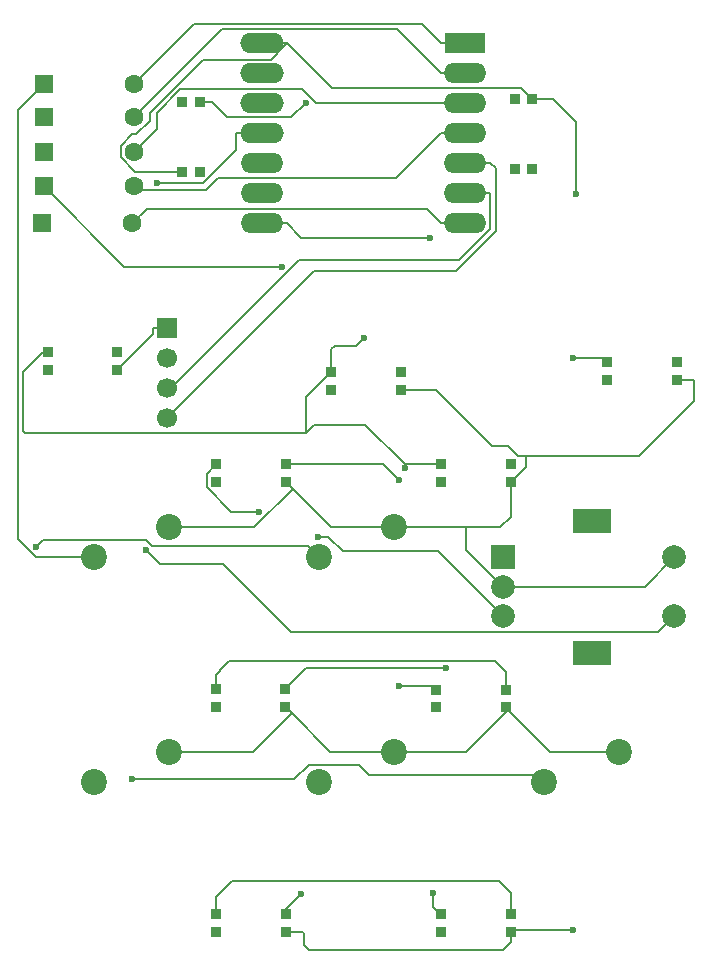
<source format=gbr>
%TF.GenerationSoftware,KiCad,Pcbnew,9.0.7*%
%TF.CreationDate,2026-01-30T21:13:48-06:00*%
%TF.ProjectId,HACK PAD!,4841434b-2050-4414-9421-2e6b69636164,rev?*%
%TF.SameCoordinates,Original*%
%TF.FileFunction,Copper,L2,Bot*%
%TF.FilePolarity,Positive*%
%FSLAX46Y46*%
G04 Gerber Fmt 4.6, Leading zero omitted, Abs format (unit mm)*
G04 Created by KiCad (PCBNEW 9.0.7) date 2026-01-30 21:13:48*
%MOMM*%
%LPD*%
G01*
G04 APERTURE LIST*
G04 Aperture macros list*
%AMRoundRect*
0 Rectangle with rounded corners*
0 $1 Rounding radius*
0 $2 $3 $4 $5 $6 $7 $8 $9 X,Y pos of 4 corners*
0 Add a 4 corners polygon primitive as box body*
4,1,4,$2,$3,$4,$5,$6,$7,$8,$9,$2,$3,0*
0 Add four circle primitives for the rounded corners*
1,1,$1+$1,$2,$3*
1,1,$1+$1,$4,$5*
1,1,$1+$1,$6,$7*
1,1,$1+$1,$8,$9*
0 Add four rect primitives between the rounded corners*
20,1,$1+$1,$2,$3,$4,$5,0*
20,1,$1+$1,$4,$5,$6,$7,0*
20,1,$1+$1,$6,$7,$8,$9,0*
20,1,$1+$1,$8,$9,$2,$3,0*%
G04 Aperture macros list end*
%TA.AperFunction,SMDPad,CuDef*%
%ADD10RoundRect,0.082000X-0.367999X0.328000X-0.367999X-0.328000X0.367999X-0.328000X0.367999X0.328000X0*%
%TD*%
%TA.AperFunction,SMDPad,CuDef*%
%ADD11RoundRect,0.082000X-0.368000X0.328000X-0.368000X-0.328000X0.368000X-0.328000X0.368000X0.328000X0*%
%TD*%
%TA.AperFunction,ComponentPad*%
%ADD12R,2.000000X2.000000*%
%TD*%
%TA.AperFunction,ComponentPad*%
%ADD13C,2.000000*%
%TD*%
%TA.AperFunction,ComponentPad*%
%ADD14R,3.200000X2.000000*%
%TD*%
%TA.AperFunction,SMDPad,CuDef*%
%ADD15RoundRect,0.082000X0.328000X0.367999X-0.328000X0.367999X-0.328000X-0.367999X0.328000X-0.367999X0*%
%TD*%
%TA.AperFunction,SMDPad,CuDef*%
%ADD16RoundRect,0.082000X0.328000X0.368000X-0.328000X0.368000X-0.328000X-0.368000X0.328000X-0.368000X0*%
%TD*%
%TA.AperFunction,SMDPad,CuDef*%
%ADD17RoundRect,0.082000X-0.328000X-0.367999X0.328000X-0.367999X0.328000X0.367999X-0.328000X0.367999X0*%
%TD*%
%TA.AperFunction,SMDPad,CuDef*%
%ADD18RoundRect,0.082000X-0.328000X-0.368000X0.328000X-0.368000X0.328000X0.368000X-0.328000X0.368000X0*%
%TD*%
%TA.AperFunction,ComponentPad*%
%ADD19C,2.200000*%
%TD*%
%TA.AperFunction,ComponentPad*%
%ADD20RoundRect,0.250000X-0.550000X-0.550000X0.550000X-0.550000X0.550000X0.550000X-0.550000X0.550000X0*%
%TD*%
%TA.AperFunction,ComponentPad*%
%ADD21C,1.600000*%
%TD*%
%TA.AperFunction,ComponentPad*%
%ADD22R,1.700000X1.700000*%
%TD*%
%TA.AperFunction,ComponentPad*%
%ADD23C,1.700000*%
%TD*%
%TA.AperFunction,ComponentPad*%
%ADD24R,3.500000X1.700000*%
%TD*%
%TA.AperFunction,ComponentPad*%
%ADD25O,3.600000X1.700000*%
%TD*%
%TA.AperFunction,ComponentPad*%
%ADD26O,3.700000X1.700000*%
%TD*%
%TA.AperFunction,ViaPad*%
%ADD27C,0.600000*%
%TD*%
%TA.AperFunction,Conductor*%
%ADD28C,0.200000*%
%TD*%
G04 APERTURE END LIST*
D10*
%TO.P,D16,1,VDD*%
%TO.N,Net-(D10-VDD)*%
X30387501Y-56297158D03*
%TO.P,D16,2*%
%TO.N,N/C*%
X30387501Y-57797158D03*
D11*
%TO.P,D16,3,VSS*%
%TO.N,GND*%
X36287500Y-57797158D03*
%TO.P,D16,4,DIN*%
%TO.N,Net-(D15-DOUT)*%
X36287500Y-56297158D03*
%TD*%
D10*
%TO.P,D15,1,VDD*%
%TO.N,Net-(D10-VDD)*%
X77793701Y-57149958D03*
%TO.P,D15,2*%
%TO.N,N/C*%
X77793701Y-58649958D03*
D11*
%TO.P,D15,3,VSS*%
%TO.N,GND*%
X83693700Y-58649958D03*
%TO.P,D15,4,DIN*%
%TO.N,Net-(D14-DOUT)*%
X83693700Y-57149958D03*
%TD*%
D12*
%TO.P,RE1,A,A*%
%TO.N,Net-(U1-PA7_A8_D8_SCK)*%
X68950000Y-73700000D03*
D13*
%TO.P,RE1,B,B*%
%TO.N,Net-(U1-PA5_A9_D9_MISO)*%
X68950000Y-78700000D03*
%TO.P,RE1,C,C*%
%TO.N,GND*%
X68950000Y-76200000D03*
D14*
%TO.P,RE1,MP*%
%TO.N,N/C*%
X76450000Y-70600000D03*
X76450000Y-81800000D03*
D13*
%TO.P,RE1,S1,S1*%
%TO.N,Net-(D17-A)*%
X83450000Y-78700000D03*
%TO.P,RE1,S2,S2*%
%TO.N,GND*%
X83450000Y-73700000D03*
%TD*%
D15*
%TO.P,D13,1,VDD*%
%TO.N,Net-(D10-VDD)*%
X71437542Y-34931201D03*
%TO.P,D13,2*%
%TO.N,N/C*%
X69937542Y-34931201D03*
D16*
%TO.P,D13,3,VSS*%
%TO.N,unconnected-(D13-VSS-Pad3)*%
X69937542Y-40831200D03*
%TO.P,D13,4,DIN*%
%TO.N,Net-(D12-DOUT)*%
X71437542Y-40831200D03*
%TD*%
D17*
%TO.P,D14,1,VDD*%
%TO.N,Net-(D10-VDD)*%
X41790858Y-41049999D03*
%TO.P,D14,2*%
%TO.N,N/C*%
X43290858Y-41049999D03*
D18*
%TO.P,D14,3,VSS*%
%TO.N,GND*%
X43290858Y-35150000D03*
%TO.P,D14,4,DIN*%
%TO.N,Net-(D13-DOUT)*%
X41790858Y-35150000D03*
%TD*%
D19*
%TO.P,SW2,1,1*%
%TO.N,GND*%
X59690000Y-71120000D03*
%TO.P,SW2,2,2*%
%TO.N,Net-(D2-K)*%
X53340000Y-73660000D03*
%TD*%
%TO.P,SW3,1,1*%
%TO.N,GND*%
X40640000Y-90170000D03*
%TO.P,SW3,2,2*%
%TO.N,Net-(D3-K)*%
X34290000Y-92710000D03*
%TD*%
D10*
%TO.P,D11,1,VDD*%
%TO.N,Net-(D10-VDD)*%
X63725001Y-65822158D03*
%TO.P,D11,2*%
%TO.N,N/C*%
X63725001Y-67322158D03*
D11*
%TO.P,D11,3,VSS*%
%TO.N,GND*%
X69625000Y-67322158D03*
%TO.P,D11,4,DIN*%
%TO.N,unconnected-(D11-DIN-Pad4)*%
X69625000Y-65822158D03*
%TD*%
D10*
%TO.P,D10,1,VDD*%
%TO.N,Net-(D10-VDD)*%
X63725001Y-103922158D03*
%TO.P,D10,2*%
%TO.N,N/C*%
X63725001Y-105422158D03*
D11*
%TO.P,D10,3,VSS*%
%TO.N,GND*%
X69625000Y-105422158D03*
%TO.P,D10,4,DIN*%
%TO.N,Net-(D10-DIN)*%
X69625000Y-103922158D03*
%TD*%
D19*
%TO.P,SW5,1,1*%
%TO.N,GND*%
X78740000Y-90170000D03*
%TO.P,SW5,2,2*%
%TO.N,Net-(D5-K)*%
X72390000Y-92710000D03*
%TD*%
%TO.P,SW4,1,1*%
%TO.N,GND*%
X59690000Y-90170000D03*
%TO.P,SW4,2,2*%
%TO.N,Net-(D4-K)*%
X53340000Y-92710000D03*
%TD*%
%TO.P,SWw1,1,1*%
%TO.N,GND*%
X40640000Y-71120000D03*
%TO.P,SWw1,2,2*%
%TO.N,Net-(D1-K)*%
X34290000Y-73660000D03*
%TD*%
D10*
%TO.P,D7,1,DOUT*%
%TO.N,Net-(D7-DOUT)*%
X63272301Y-84890958D03*
%TO.P,D7,2*%
%TO.N,N/C*%
X63272301Y-86390958D03*
D11*
%TO.P,D7,3,VSS*%
%TO.N,GND*%
X69172300Y-86390958D03*
%TO.P,D7,4,DIN*%
%TO.N,Net-(D6-DOUT)*%
X69172300Y-84890958D03*
%TD*%
D20*
%TO.P,D3,1,K*%
%TO.N,Net-(D3-K)*%
X30070000Y-39350000D03*
D21*
%TO.P,D3,2,A*%
%TO.N,Net-(D3-A)*%
X37690000Y-39350000D03*
%TD*%
D20*
%TO.P,D4,1,K*%
%TO.N,Net-(D4-K)*%
X30050000Y-42290000D03*
D21*
%TO.P,D4,2,A*%
%TO.N,Net-(D4-A)*%
X37670000Y-42290000D03*
%TD*%
D22*
%TO.P,U2,1,GND*%
%TO.N,GND*%
X40481300Y-54292500D03*
D23*
%TO.P,U2,2,VCC*%
%TO.N,Net-(U1-3V3)*%
X40481300Y-56832500D03*
%TO.P,U2,3,SCL*%
%TO.N,Net-(U1-PA9_A5_D5_SCL)*%
X40481300Y-59372500D03*
%TO.P,U2,4,SDA*%
%TO.N,Net-(U1-PA8_A4_D4_SDA)*%
X40481300Y-61912500D03*
%TD*%
D10*
%TO.P,D12,1,VDD*%
%TO.N,Net-(D10-VDD)*%
X54418701Y-58031258D03*
%TO.P,D12,2*%
%TO.N,N/C*%
X54418701Y-59531258D03*
D11*
%TO.P,D12,3,VSS*%
%TO.N,GND*%
X60318700Y-59531258D03*
%TO.P,D12,4,DIN*%
%TO.N,Net-(D11-DOUT)*%
X60318700Y-58031258D03*
%TD*%
D20*
%TO.P,D5,1,K*%
%TO.N,Net-(D5-K)*%
X29950000Y-45410000D03*
D21*
%TO.P,D5,2,A*%
%TO.N,Net-(D5-A)*%
X37570000Y-45410000D03*
%TD*%
D20*
%TO.P,D2,1,K*%
%TO.N,Net-(D2-K)*%
X30070000Y-36440000D03*
D21*
%TO.P,D2,2,A*%
%TO.N,Net-(D2-A)*%
X37690000Y-36440000D03*
%TD*%
D20*
%TO.P,D1,1,K*%
%TO.N,Net-(D1-K)*%
X30100000Y-33630000D03*
D21*
%TO.P,D1,2,A*%
%TO.N,Net-(D1-A)*%
X37720000Y-33630000D03*
%TD*%
D10*
%TO.P,D6,1,DOUT*%
%TO.N,Net-(D6-DOUT)*%
X44610001Y-84873358D03*
%TO.P,D6,2*%
%TO.N,N/C*%
X44610001Y-86373358D03*
D11*
%TO.P,D6,3,VSS*%
%TO.N,GND*%
X50510000Y-86373358D03*
%TO.P,D6,4,DIN*%
%TO.N,Net-(D6-DIN)*%
X50510000Y-84873358D03*
%TD*%
D10*
%TO.P,D8,1,DOUT*%
%TO.N,Net-(D8-DOUT)*%
X44675001Y-65822158D03*
%TO.P,D8,2*%
%TO.N,N/C*%
X44675001Y-67322158D03*
D11*
%TO.P,D8,3,VSS*%
%TO.N,GND*%
X50575000Y-67322158D03*
%TO.P,D8,4,DIN*%
%TO.N,Net-(D7-DOUT)*%
X50575000Y-65822158D03*
%TD*%
D10*
%TO.P,D9,1,DOUT*%
%TO.N,Net-(D10-DIN)*%
X44675001Y-103922158D03*
%TO.P,D9,2*%
%TO.N,N/C*%
X44675001Y-105422158D03*
D11*
%TO.P,D9,3,VSS*%
%TO.N,GND*%
X50575000Y-105422158D03*
%TO.P,D9,4,DIN*%
%TO.N,Net-(D8-DOUT)*%
X50575000Y-103922158D03*
%TD*%
D24*
%TO.P,U1,1,PA02_A0_D0*%
%TO.N,Net-(D1-A)*%
X65775000Y-30162500D03*
D25*
%TO.P,U1,2,PA4_A1_D1*%
%TO.N,Net-(D2-A)*%
X65775000Y-32702500D03*
%TO.P,U1,3,PA10_A2_D2*%
%TO.N,Net-(D3-A)*%
X65775000Y-35242500D03*
%TO.P,U1,4,PA11_A3_D3*%
%TO.N,Net-(D4-A)*%
X65775000Y-37782500D03*
%TO.P,U1,5,PA8_A4_D4_SDA*%
%TO.N,Net-(U1-PA8_A4_D4_SDA)*%
X65775000Y-40322500D03*
%TO.P,U1,6,PA9_A5_D5_SCL*%
%TO.N,Net-(U1-PA9_A5_D5_SCL)*%
X65775000Y-42862500D03*
%TO.P,U1,7,PB08_A6_D6_TX*%
%TO.N,Net-(D5-A)*%
X65775000Y-45402500D03*
%TO.P,U1,8,PB09_A7_D7_RX*%
%TO.N,Net-(U1-PA7_A8_D8_SCK)*%
X48525000Y-45402500D03*
%TO.P,U1,9,PA7_A8_D8_SCK*%
X48525000Y-42862500D03*
%TO.P,U1,10,PA5_A9_D9_MISO*%
%TO.N,Net-(U1-PA5_A9_D9_MISO)*%
X48525000Y-40322500D03*
D26*
%TO.P,U1,11,PA6_A10_D10_MOSI*%
%TO.N,Net-(D17-K)*%
X48525000Y-37782500D03*
%TO.P,U1,12,3V3*%
%TO.N,Net-(U1-3V3)*%
X48525000Y-35242500D03*
%TO.P,U1,13,GND*%
%TO.N,unconnected-(U1-GND-Pad13)*%
X48525000Y-32702500D03*
%TO.P,U1,14,5V*%
%TO.N,Net-(D10-VDD)*%
X48525000Y-30162500D03*
%TD*%
D27*
%TO.N,Net-(D10-VDD)*%
X57150700Y-55133300D03*
X63066300Y-102155600D03*
X60653500Y-66112500D03*
X75146300Y-42932500D03*
X74897500Y-56827600D03*
%TO.N,GND*%
X74897500Y-105218700D03*
X52266200Y-35209100D03*
%TO.N,Net-(D2-K)*%
X29450800Y-72810500D03*
%TO.N,Net-(D4-K)*%
X50259800Y-49116900D03*
%TO.N,Net-(D5-K)*%
X37546600Y-92480400D03*
%TO.N,Net-(D6-DIN)*%
X64122200Y-83085000D03*
%TO.N,Net-(D7-DOUT)*%
X60108500Y-67156700D03*
X60108500Y-84626700D03*
%TO.N,Net-(D8-DOUT)*%
X48277300Y-69864300D03*
X51851600Y-102173700D03*
%TO.N,Net-(D17-A)*%
X38753300Y-73107000D03*
%TO.N,Net-(D17-K)*%
X39676400Y-42032700D03*
%TO.N,Net-(U1-PA7_A8_D8_SCK)*%
X62781200Y-46635100D03*
%TO.N,Net-(U1-PA5_A9_D9_MISO)*%
X53254900Y-71948700D03*
%TD*%
D28*
%TO.N,Net-(D10-VDD)*%
X28300000Y-62980000D02*
X28448500Y-63128500D01*
X52296000Y-60153959D02*
X52296000Y-63128500D01*
X60772500Y-65993500D02*
X60772500Y-65822200D01*
X54418701Y-58031258D02*
X52296000Y-60153959D01*
X63066300Y-103263500D02*
X63066300Y-102155600D01*
X36576500Y-38881300D02*
X37562800Y-37895000D01*
X52933600Y-62490900D02*
X57290900Y-62490900D01*
X77793700Y-57150000D02*
X77471300Y-56827600D01*
X41790900Y-41050000D02*
X37793900Y-41050000D01*
X36576500Y-39832600D02*
X36576500Y-38881300D01*
X75140000Y-36860000D02*
X75140000Y-42926200D01*
X30387501Y-56297158D02*
X30022842Y-56297158D01*
X37852100Y-37895000D02*
X39031500Y-36715600D01*
X52296000Y-63128500D02*
X52933600Y-62490900D01*
X71437542Y-34931201D02*
X73211201Y-34931201D01*
X43549200Y-31550800D02*
X49288400Y-31550800D01*
X28300000Y-58020000D02*
X28300000Y-62980000D01*
X71437500Y-34931200D02*
X70478800Y-33972500D01*
X56484000Y-55800000D02*
X57150700Y-55133300D01*
X75140000Y-42926200D02*
X75146300Y-42932500D01*
X28448500Y-63128500D02*
X52296000Y-63128500D01*
X77471300Y-56827600D02*
X74897500Y-56827600D01*
X63725000Y-103922200D02*
X63066300Y-103263500D01*
X49525000Y-30162500D02*
X50676700Y-30162500D01*
X60653500Y-66112500D02*
X60772500Y-65993500D01*
X37562800Y-37895000D02*
X37852100Y-37895000D01*
X30022842Y-56297158D02*
X28300000Y-58020000D01*
X54418701Y-58031258D02*
X54418701Y-56091299D01*
X39031500Y-36068500D02*
X43549200Y-31550800D01*
X70478800Y-33972500D02*
X54486700Y-33972500D01*
X49288400Y-31550800D02*
X50676700Y-30162500D01*
X54710000Y-55800000D02*
X56484000Y-55800000D01*
X39031500Y-36715600D02*
X39031500Y-36068500D01*
X37793900Y-41050000D02*
X36576500Y-39832600D01*
X60772500Y-65822200D02*
X60622200Y-65822200D01*
X63725000Y-65822200D02*
X60772500Y-65822200D01*
X60622200Y-65822200D02*
X57290900Y-62490900D01*
X73211201Y-34931201D02*
X75140000Y-36860000D01*
X54486700Y-33972500D02*
X50676700Y-30162500D01*
X54418701Y-56091299D02*
X54710000Y-55800000D01*
%TO.N,GND*%
X51022700Y-36452600D02*
X52266200Y-35209100D01*
X43290900Y-35150000D02*
X44310000Y-35150000D01*
X40640000Y-71120000D02*
X47886400Y-71120000D01*
X70930000Y-65099200D02*
X80490800Y-65099200D01*
X69380000Y-64300000D02*
X70179200Y-65099200D01*
X72951300Y-90170000D02*
X78740000Y-90170000D01*
X85100000Y-58720000D02*
X85029958Y-58649958D01*
X63288500Y-59531300D02*
X68057200Y-64300000D01*
X68970000Y-106910000D02*
X52510000Y-106910000D01*
X63870000Y-71120000D02*
X63911300Y-71120000D01*
X44310000Y-35150000D02*
X45612600Y-36452600D01*
X39329600Y-54755100D02*
X39329600Y-54292500D01*
X69625000Y-106255000D02*
X68970000Y-106910000D01*
X40640000Y-90170000D02*
X47800000Y-90170000D01*
X69380650Y-86599350D02*
X72951300Y-90170000D01*
X80490800Y-65099200D02*
X85100000Y-60490000D01*
X47886400Y-71120000D02*
X51129600Y-67876800D01*
X70930000Y-66017158D02*
X70930000Y-65099200D01*
X69625000Y-105422158D02*
X69625000Y-106255000D01*
X59690000Y-71120000D02*
X63870000Y-71120000D01*
X69625000Y-70265000D02*
X69625000Y-67322158D01*
X68057200Y-64300000D02*
X69380000Y-64300000D01*
X52140000Y-105580000D02*
X51982158Y-105422158D01*
X40481300Y-54292500D02*
X39329600Y-54292500D01*
X51053300Y-86916700D02*
X47800000Y-90170000D01*
X85100000Y-60490000D02*
X85100000Y-58720000D01*
X65810000Y-90170000D02*
X69380650Y-86599350D01*
X50575000Y-67322200D02*
X51129600Y-67876800D01*
X51129600Y-67876800D02*
X54372800Y-71120000D01*
X85029958Y-58649958D02*
X83693700Y-58649958D01*
X74897500Y-105218700D02*
X69828500Y-105218700D01*
X54306600Y-90170000D02*
X59690000Y-90170000D01*
X65827200Y-71170000D02*
X68720000Y-71170000D01*
X36287500Y-57797200D02*
X39329600Y-54755100D01*
X65827200Y-71170000D02*
X65827200Y-73077200D01*
X45612600Y-36452600D02*
X51022700Y-36452600D01*
X70179200Y-65099200D02*
X70930000Y-65099200D01*
X52510000Y-106910000D02*
X52140000Y-106540000D01*
X51053300Y-86916700D02*
X51053300Y-86916658D01*
X59690000Y-90170000D02*
X65810000Y-90170000D01*
X69828500Y-105218700D02*
X69625000Y-105422200D01*
X54372800Y-71120000D02*
X59690000Y-71120000D01*
X68720000Y-71170000D02*
X69625000Y-70265000D01*
X68950000Y-76200000D02*
X80950000Y-76200000D01*
X51053300Y-86916700D02*
X54306600Y-90170000D01*
X51053300Y-86916658D02*
X50510000Y-86373358D01*
X51982158Y-105422158D02*
X50575000Y-105422158D01*
X65827200Y-73077200D02*
X68950000Y-76200000D01*
X80950000Y-76200000D02*
X83450000Y-73700000D01*
X63911300Y-71120000D02*
X65827200Y-71120000D01*
X69625000Y-67322158D02*
X70930000Y-66017158D01*
X60318700Y-59531300D02*
X63288500Y-59531300D01*
X65827200Y-71120000D02*
X65827200Y-71170000D01*
X52140000Y-106540000D02*
X52140000Y-105580000D01*
%TO.N,Net-(D1-A)*%
X42788800Y-28561200D02*
X62122000Y-28561200D01*
X37720000Y-33630000D02*
X42788800Y-28561200D01*
X64775000Y-30162500D02*
X63723300Y-30162500D01*
X62122000Y-28561200D02*
X63723300Y-30162500D01*
%TO.N,Net-(D1-K)*%
X27899000Y-72108643D02*
X27899000Y-35831000D01*
X27899000Y-35831000D02*
X30100000Y-33630000D01*
X29450357Y-73660000D02*
X27899000Y-72108643D01*
X34290000Y-73660000D02*
X29450357Y-73660000D01*
%TO.N,Net-(D2-A)*%
X59969600Y-28998800D02*
X45131200Y-28998800D01*
X64775000Y-32702500D02*
X63673300Y-32702500D01*
X63673300Y-32702500D02*
X59969600Y-28998800D01*
X45131200Y-28998800D02*
X37690000Y-36440000D01*
%TO.N,Net-(D2-K)*%
X53340000Y-73660000D02*
X52429300Y-72749300D01*
X39246500Y-72749300D02*
X38749200Y-72252000D01*
X38749200Y-72252000D02*
X30009300Y-72252000D01*
X52429300Y-72749300D02*
X39246500Y-72749300D01*
X30009300Y-72252000D02*
X29450800Y-72810500D01*
%TO.N,Net-(D3-A)*%
X53150500Y-35242500D02*
X51949200Y-34041200D01*
X39633000Y-36039900D02*
X39633000Y-37407000D01*
X39633000Y-37407000D02*
X37690000Y-39350000D01*
X41631700Y-34041200D02*
X39633000Y-36039900D01*
X51949200Y-34041200D02*
X41631700Y-34041200D01*
X64775000Y-35242500D02*
X53150500Y-35242500D01*
%TO.N,Net-(D4-A)*%
X43803600Y-42634400D02*
X44679200Y-41758800D01*
X59863300Y-41592500D02*
X63673300Y-37782500D01*
X64775000Y-37782500D02*
X63673300Y-37782500D01*
X44679200Y-41758800D02*
X44845500Y-41592500D01*
X37670000Y-42290000D02*
X38014400Y-42634400D01*
X38014400Y-42634400D02*
X43803600Y-42634400D01*
X44845500Y-41592500D02*
X59863300Y-41592500D01*
X44679200Y-41758800D02*
X44845500Y-41592500D01*
%TO.N,Net-(D4-K)*%
X50259800Y-49116900D02*
X36876900Y-49116900D01*
X36876900Y-49116900D02*
X30050000Y-42290000D01*
%TO.N,Net-(D5-A)*%
X64775000Y-45402500D02*
X63673300Y-45402500D01*
X62482700Y-44211900D02*
X38768100Y-44211900D01*
X63673300Y-45402500D02*
X62482700Y-44211900D01*
X38768100Y-44211900D02*
X37570000Y-45410000D01*
%TO.N,Net-(D5-K)*%
X52492900Y-91257700D02*
X56764200Y-91257700D01*
X51270200Y-92480400D02*
X52492900Y-91257700D01*
X37546600Y-92480400D02*
X51270200Y-92480400D01*
X56764200Y-91257700D02*
X57646500Y-92140000D01*
X71820000Y-92140000D02*
X72390000Y-92710000D01*
X57646500Y-92140000D02*
X71820000Y-92140000D01*
%TO.N,Net-(D6-DOUT)*%
X68246100Y-82456100D02*
X69172300Y-83382300D01*
X44610001Y-84873358D02*
X44610001Y-83629999D01*
X44610001Y-83629999D02*
X44960000Y-83280000D01*
X44960000Y-83270000D02*
X45773900Y-82456100D01*
X44960000Y-83280000D02*
X44960000Y-83270000D01*
X45773900Y-82456100D02*
X68246100Y-82456100D01*
X69172300Y-83382300D02*
X69172300Y-84890958D01*
%TO.N,Net-(D6-DIN)*%
X52298400Y-83085000D02*
X50510000Y-84873400D01*
X64122200Y-83085000D02*
X52298400Y-83085000D01*
%TO.N,Net-(D7-DOUT)*%
X63272300Y-84891000D02*
X63008000Y-84626700D01*
X60108500Y-67156700D02*
X58774000Y-65822200D01*
X58774000Y-65822200D02*
X50575000Y-65822200D01*
X63008000Y-84626700D02*
X60108500Y-84626700D01*
%TO.N,Net-(D8-DOUT)*%
X50575000Y-103450300D02*
X50575000Y-103922200D01*
X45957700Y-69864300D02*
X48277300Y-69864300D01*
X43874600Y-66622600D02*
X43874600Y-67781200D01*
X44675000Y-65822200D02*
X43874600Y-66622600D01*
X43874600Y-67781200D02*
X45957700Y-69864300D01*
X51851600Y-102173700D02*
X50575000Y-103450300D01*
%TO.N,Net-(D10-DIN)*%
X68651000Y-101141000D02*
X66843800Y-101141000D01*
X45999000Y-101141000D02*
X66843800Y-101141000D01*
X44675001Y-103922158D02*
X44675001Y-102464999D01*
X69625000Y-103922158D02*
X69625000Y-102115000D01*
X69625000Y-102115000D02*
X68651000Y-101141000D01*
X44675001Y-102464999D02*
X45999000Y-101141000D01*
%TO.N,Net-(D17-A)*%
X45239800Y-74288400D02*
X39934700Y-74288400D01*
X50992500Y-80041100D02*
X45239800Y-74288400D01*
X82108900Y-80041100D02*
X50992500Y-80041100D01*
X83450000Y-78700000D02*
X82108900Y-80041100D01*
X39934700Y-74288400D02*
X38753300Y-73107000D01*
%TO.N,Net-(D17-K)*%
X39676400Y-42032700D02*
X43547300Y-42032700D01*
X49525000Y-37782500D02*
X46373300Y-37782500D01*
X46373300Y-39206700D02*
X46373300Y-37782500D01*
X43547300Y-42032700D02*
X46373300Y-39206700D01*
%TO.N,Net-(U1-PA7_A8_D8_SCK)*%
X62781200Y-46635100D02*
X51859300Y-46635100D01*
X49525000Y-45402500D02*
X50626700Y-45402500D01*
X51859300Y-46635100D02*
X50626700Y-45402500D01*
%TO.N,Net-(U1-PA5_A9_D9_MISO)*%
X55404300Y-73181100D02*
X63431100Y-73181100D01*
X53254900Y-71948700D02*
X54171900Y-71948700D01*
X54171900Y-71948700D02*
X55404300Y-73181100D01*
X63431100Y-73181100D02*
X68950000Y-78700000D01*
%TO.N,Net-(U1-PA9_A5_D5_SCL)*%
X67876700Y-45902500D02*
X65265800Y-48513400D01*
X51714200Y-48513400D02*
X40855100Y-59372500D01*
X64775000Y-42862500D02*
X67876700Y-42862500D01*
X67876700Y-42862500D02*
X67876700Y-45902500D01*
X40855100Y-59372500D02*
X40481300Y-59372500D01*
X65265800Y-48513400D02*
X51714200Y-48513400D01*
%TO.N,Net-(U1-PA8_A4_D4_SDA)*%
X68316600Y-40762400D02*
X67876700Y-40322500D01*
X40481300Y-61912500D02*
X52981300Y-49412500D01*
X52981300Y-49412500D02*
X64993100Y-49412500D01*
X64993100Y-49412500D02*
X68316600Y-46089000D01*
X68316600Y-46089000D02*
X68316600Y-40762400D01*
X64775000Y-40322500D02*
X67876700Y-40322500D01*
%TD*%
M02*

</source>
